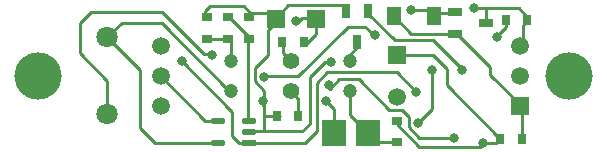
<source format=gtl>
%FSTAX24Y24*%
%MOIN*%
G70*
G01*
G75*
G04 Layer_Physical_Order=1*
G04 Layer_Color=255*
%ADD10R,0.0807X0.0886*%
%ADD11R,0.0492X0.0630*%
%ADD12R,0.0315X0.0374*%
%ADD13R,0.0374X0.0315*%
%ADD14R,0.0472X0.0256*%
%ADD15R,0.0256X0.0472*%
%ADD16R,0.0630X0.0630*%
%ADD17O,0.0472X0.0217*%
%ADD18R,0.0472X0.0217*%
%ADD19C,0.0100*%
%ADD20R,0.0591X0.0591*%
%ADD21C,0.0591*%
%ADD22C,0.0472*%
%ADD23C,0.0551*%
%ADD24C,0.1575*%
%ADD25C,0.0709*%
%ADD26C,0.0320*%
D10*
X24281Y142056D02*
D03*
X241688D02*
D03*
D11*
X245034Y145944D02*
D03*
X243676D02*
D03*
D12*
X247239Y14185D02*
D03*
X247948D02*
D03*
X247426Y145816D02*
D03*
X248135D02*
D03*
X24068Y145096D02*
D03*
X239972D02*
D03*
X239792Y142606D02*
D03*
X2405D02*
D03*
D13*
X243774Y141741D02*
D03*
Y14245D02*
D03*
X23885Y145904D02*
D03*
Y145196D02*
D03*
X23815Y145904D02*
D03*
Y145196D02*
D03*
X23745Y145904D02*
D03*
Y145196D02*
D03*
D14*
X245714Y145352D02*
D03*
Y1461D02*
D03*
X246758Y145726D02*
D03*
D15*
X242082Y146132D02*
D03*
X24283D02*
D03*
X242456Y145087D02*
D03*
D16*
X239749Y145847D02*
D03*
X241087D02*
D03*
D17*
X238844Y14246D02*
D03*
Y142086D02*
D03*
X23781Y14246D02*
D03*
Y141712D02*
D03*
D18*
X238844Y141712D02*
D03*
D19*
X242082Y146122D02*
Y14622D01*
X24199Y146312D02*
X242082Y14622D01*
X240166Y146312D02*
X24199D01*
X247091Y141702D02*
X247239Y14185D01*
X246669Y141702D02*
X247091D01*
X238679Y146276D02*
X238902Y146052D01*
X237551Y146276D02*
X238679D01*
X2374Y146125D02*
X237551Y146276D01*
X239749Y145895D02*
X240166Y146312D01*
X239376Y142616D02*
X239887D01*
X239365Y142627D02*
X239376Y142616D01*
X239365Y142627D02*
Y142922D01*
Y143468D01*
X243782Y14407D02*
X244436Y143416D01*
X241463Y14407D02*
X243782D01*
X248026Y145707D02*
X248135Y145816D01*
X248026Y145666D02*
Y145707D01*
X248Y14564D02*
X248026Y145666D01*
X248Y145073D02*
Y14564D01*
X246758Y145726D02*
Y146183D01*
X246732Y14621D02*
X246758Y146183D01*
X245806Y145356D02*
X246896Y144266D01*
Y143994D02*
Y144266D01*
Y143994D02*
X247948Y142942D01*
X244264Y145356D02*
X245806D01*
X243676Y145944D02*
X244264Y145356D01*
X240495Y14395D02*
X242145Y1456D01*
X246758Y145676D02*
Y145726D01*
X242475Y144932D02*
Y144989D01*
X242229Y144686D02*
X242475Y144932D01*
X242229Y144456D02*
Y144686D01*
X237491Y1452D02*
X238263D01*
Y144456D02*
Y1452D01*
X239486Y145494D02*
X239749Y145757D01*
X239486Y144667D02*
Y145494D01*
X239045Y144227D02*
X239486Y144667D01*
X24025Y143456D02*
X240506Y1432D01*
Y142686D02*
Y1432D01*
X240876Y143912D02*
X241373Y144409D01*
X240876Y142366D02*
Y143912D01*
X240616Y142106D02*
X240876Y142366D01*
X239365Y142106D02*
X240616D01*
X245156Y146066D02*
X245586D01*
X245034Y145944D02*
X245156Y146066D01*
X246356Y146206D02*
X24636Y14621D01*
X244954Y142851D02*
Y144246D01*
X244493Y142391D02*
X244954Y142851D01*
X245002Y145137D02*
X245954Y144186D01*
X24371Y145137D02*
X245002D01*
X24545Y143639D02*
Y144188D01*
X2438Y144645D02*
X244993D01*
X24545Y144188D01*
X239316Y142971D02*
Y143106D01*
Y142971D02*
X239365Y142922D01*
Y142106D02*
Y142922D01*
X244436Y143356D02*
Y143416D01*
X241536Y143557D02*
Y143646D01*
Y143557D02*
X24156Y143533D01*
X240369Y145767D02*
X240408D01*
X240457Y145718D01*
X240635Y145895D01*
X24283Y146017D02*
X24371Y145137D01*
X243034Y145376D02*
X243099Y14531D01*
X24296Y145376D02*
X243034D01*
X243099Y145308D02*
Y14531D01*
X243086Y145294D02*
X243099Y145308D01*
X243086Y145294D02*
X243086D01*
X242735Y1456D02*
X24296Y145376D01*
X237362Y144684D02*
X237613D01*
X246556Y141589D02*
X246669Y141702D01*
X243774Y142352D02*
X244537Y141589D01*
X246556D01*
X244183Y142254D02*
X244538Y141899D01*
X244183Y142254D02*
Y142598D01*
X243959Y142822D02*
X244183Y142598D01*
X243528Y142822D02*
X243959D01*
X242508Y143842D02*
X243528Y142822D01*
X241869Y143842D02*
X242508D01*
X24545Y143639D02*
X247239Y14185D01*
X247879Y144952D02*
X248Y145073D01*
X248135Y145816D02*
Y145915D01*
X24784Y14621D02*
X248135Y145915D01*
X24636Y14621D02*
X24784D01*
X244828Y146151D02*
X245034Y145944D01*
X244267Y146151D02*
X244828D01*
X24283Y146017D02*
Y146122D01*
X239355Y143917D02*
X239389Y14395D01*
X240495D01*
X238538Y141712D02*
X238844D01*
X2383Y14195D02*
X238538Y141712D01*
X2383Y14195D02*
Y142767D01*
X236629Y144438D02*
X2383Y142767D01*
X238193Y143456D02*
X238263D01*
X238829Y142475D02*
X238844Y14246D01*
X238829Y142475D02*
Y145271D01*
X235955Y146092D02*
X237362Y144684D01*
X242145Y1456D02*
X242735D01*
X24156Y143533D02*
X241869Y143842D01*
X238185Y145915D02*
X238829Y145271D01*
X238105Y145915D02*
X238185D01*
X2374Y146D02*
Y146125D01*
X235941Y145708D02*
X238193Y143456D01*
X234611Y145708D02*
X235941D01*
X247948Y14185D02*
Y142942D01*
X247426Y14557D02*
Y145816D01*
X247131Y145275D02*
X247426Y14557D01*
X247131Y145265D02*
Y145275D01*
X240635Y145895D02*
X241087D01*
X240684Y145048D02*
X240792D01*
X241087Y145344D01*
Y145895D01*
X237406Y14246D02*
X23781D01*
X23591Y143956D02*
X237406Y14246D01*
X242229Y142637D02*
Y143456D01*
Y142637D02*
X24281Y142056D01*
X243125Y141741D02*
X243774D01*
X24281Y142056D02*
X243125Y141741D01*
X234139Y145235D02*
X234611Y145708D01*
X235723Y141712D02*
X23781D01*
X235231Y142204D02*
X235723Y141712D01*
X235231Y142204D02*
Y144143D01*
X234139Y145235D02*
X235231Y144143D01*
X234139Y142676D02*
Y143789D01*
X233213Y144714D02*
X234139Y143789D01*
X233213Y144714D02*
Y145728D01*
X233578Y146092D01*
X235955D01*
X237613Y144645D02*
Y144684D01*
X239975Y144731D02*
X24025Y144456D01*
X239975Y144731D02*
Y145048D01*
X241117Y143724D02*
X241463Y14407D01*
X243774Y142352D02*
Y14245D01*
X244538Y141899D02*
X245694D01*
X238864Y142106D02*
X239365D01*
X238844Y142086D02*
X238864Y142106D01*
X241427Y143113D02*
X241688Y142852D01*
Y142056D02*
Y142852D01*
X238902Y146052D02*
X239591D01*
X239749Y145895D01*
X239045Y143788D02*
X239365Y143468D01*
X239045Y143788D02*
Y144227D01*
X238844Y141712D02*
X240713D01*
X241117Y142115D01*
Y143724D01*
X241373Y144409D02*
X241589D01*
D20*
X2438Y144645D02*
D03*
X247879Y142952D02*
D03*
D21*
X2438Y143267D02*
D03*
X247879Y144952D02*
D03*
Y143952D02*
D03*
X23591Y143956D02*
D03*
Y142961D02*
D03*
Y144951D02*
D03*
D22*
X242229Y144456D02*
D03*
Y143456D02*
D03*
X238263Y144456D02*
D03*
Y143456D02*
D03*
D23*
X24025Y143456D02*
D03*
Y144456D02*
D03*
D24*
X249532Y143956D02*
D03*
X231826D02*
D03*
D25*
X234139Y142676D02*
D03*
Y145235D02*
D03*
D26*
X246356Y146206D02*
D03*
X245954Y144166D02*
D03*
X244954D02*
D03*
X239316Y143106D02*
D03*
X244436Y143416D02*
D03*
X241536Y143646D02*
D03*
X240409Y145797D02*
D03*
X243066Y145334D02*
D03*
X247131Y145265D02*
D03*
X246669Y141702D02*
D03*
X236629Y144438D02*
D03*
X239355Y143917D02*
D03*
X237613Y144645D02*
D03*
X245694Y141899D02*
D03*
X244493Y142391D02*
D03*
X241427Y143113D02*
D03*
X244267Y146151D02*
D03*
X241589Y144409D02*
D03*
M02*

</source>
